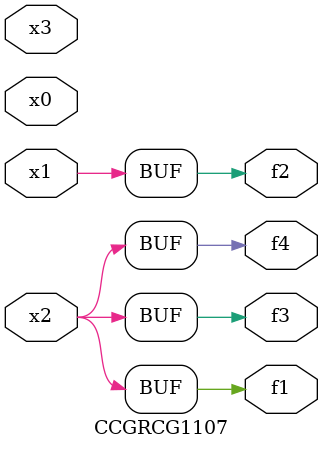
<source format=v>
module CCGRCG1107(
	input x0, x1, x2, x3,
	output f1, f2, f3, f4
);
	assign f1 = x2;
	assign f2 = x1;
	assign f3 = x2;
	assign f4 = x2;
endmodule

</source>
